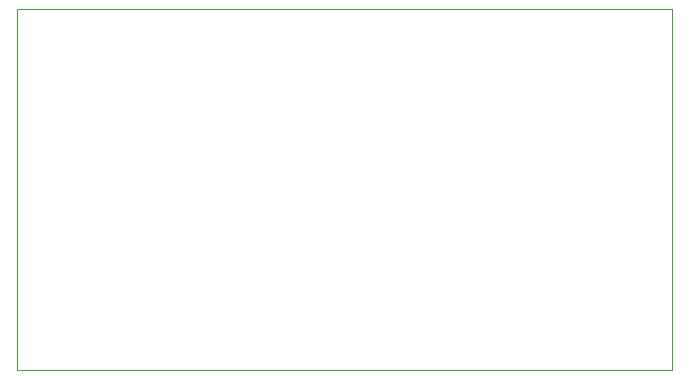
<source format=gbr>
%TF.GenerationSoftware,KiCad,Pcbnew,8.0.8*%
%TF.CreationDate,2025-05-04T21:31:51-07:00*%
%TF.ProjectId,ACL_ToF,41434c5f-546f-4462-9e6b-696361645f70,rev?*%
%TF.SameCoordinates,Original*%
%TF.FileFunction,Profile,NP*%
%FSLAX46Y46*%
G04 Gerber Fmt 4.6, Leading zero omitted, Abs format (unit mm)*
G04 Created by KiCad (PCBNEW 8.0.8) date 2025-05-04 21:31:51*
%MOMM*%
%LPD*%
G01*
G04 APERTURE LIST*
%TA.AperFunction,Profile*%
%ADD10C,0.050000*%
%TD*%
G04 APERTURE END LIST*
D10*
X125000000Y-61000000D02*
X180500000Y-61000000D01*
X180500000Y-91500000D01*
X125000000Y-91500000D01*
X125000000Y-61000000D01*
M02*

</source>
